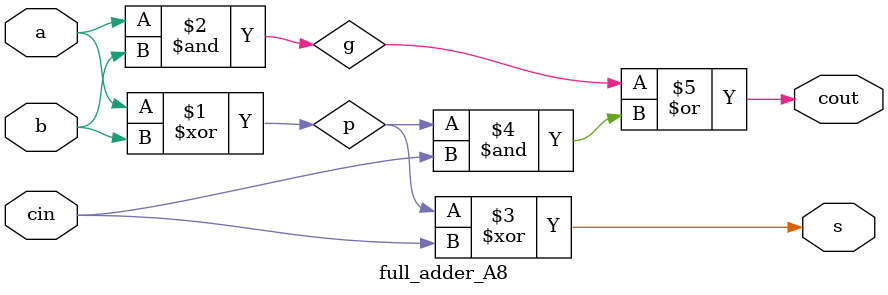
<source format=sv>
`timescale 1ns/1ps
module full_adder_A8
               (input logic a, b, cin,
               output logic s, cout);
               logic p, g;
               assign p = a ^ b;
               assign g = a & b;
               assign s = p ^ cin;
               assign cout = g | (p & cin);
endmodule
	

</source>
